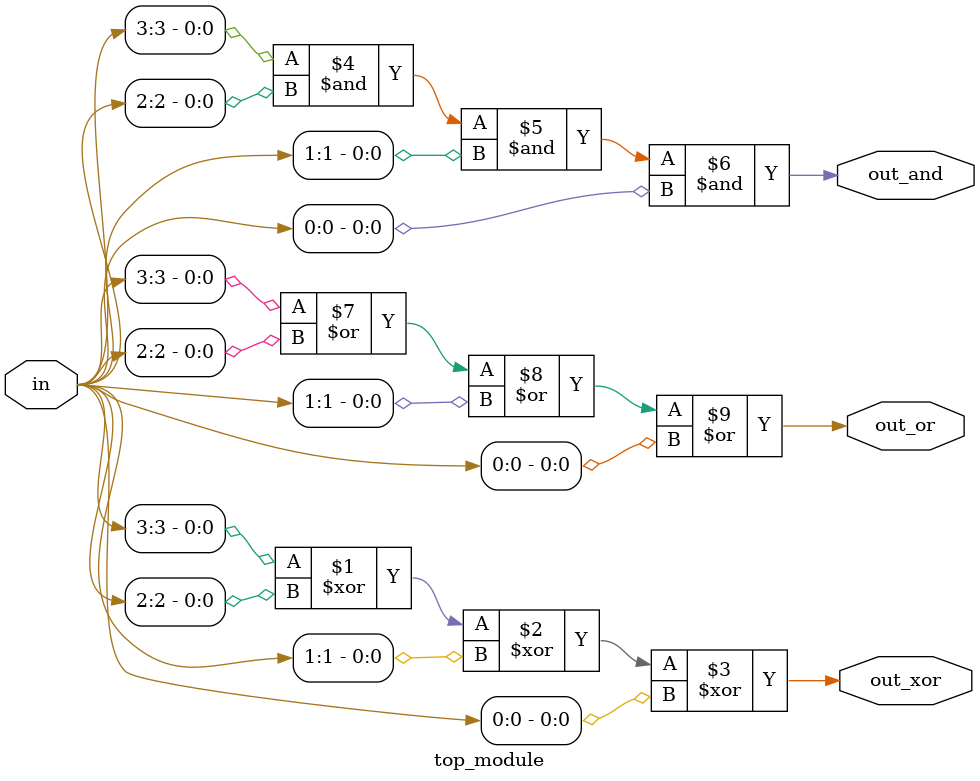
<source format=v>


//     out_and: output of a 4-input AND gate.
//     out_or: output of a 4-input OR gate.
//     out_xor: output of a 4-input XOR gate.

module top_module( 
    input [3:0] in,
    output out_and,
    output out_or,
    output out_xor
);
    xor x1(out_xor,in[3],in[2],in[1],in[0]);
    and x2(out_and,in[3],in[2],in[1],in[0]);
    or x3(out_or,in[3],in[2],in[1],in[0]);
endmodule
</source>
